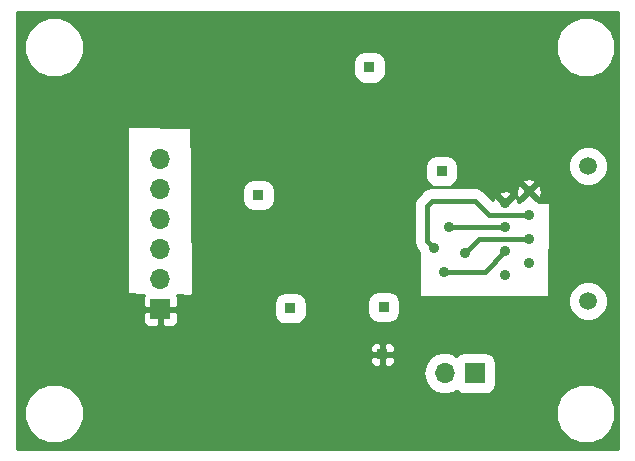
<source format=gbr>
G04 #@! TF.GenerationSoftware,KiCad,Pcbnew,(5.0.2)-1*
G04 #@! TF.CreationDate,2019-11-05T15:10:29+00:00*
G04 #@! TF.ProjectId,RS-485_FTDI,52532d34-3835-45f4-9654-44492e6b6963,rev?*
G04 #@! TF.SameCoordinates,Original*
G04 #@! TF.FileFunction,Copper,L2,Bot*
G04 #@! TF.FilePolarity,Positive*
%FSLAX46Y46*%
G04 Gerber Fmt 4.6, Leading zero omitted, Abs format (unit mm)*
G04 Created by KiCad (PCBNEW (5.0.2)-1) date 05/11/2019 15:10:29*
%MOMM*%
%LPD*%
G01*
G04 APERTURE LIST*
G04 #@! TA.AperFunction,ComponentPad*
%ADD10O,1.700000X1.700000*%
G04 #@! TD*
G04 #@! TA.AperFunction,ComponentPad*
%ADD11R,1.700000X1.700000*%
G04 #@! TD*
G04 #@! TA.AperFunction,ComponentPad*
%ADD12R,0.850000X0.850000*%
G04 #@! TD*
G04 #@! TA.AperFunction,WasherPad*
%ADD13C,1.500000*%
G04 #@! TD*
G04 #@! TA.AperFunction,ComponentPad*
%ADD14C,0.900000*%
G04 #@! TD*
G04 #@! TA.AperFunction,ViaPad*
%ADD15C,0.900000*%
G04 #@! TD*
G04 #@! TA.AperFunction,Conductor*
%ADD16C,0.600000*%
G04 #@! TD*
G04 #@! TA.AperFunction,Conductor*
%ADD17C,0.400000*%
G04 #@! TD*
G04 #@! TA.AperFunction,Conductor*
%ADD18C,0.254000*%
G04 #@! TD*
G04 APERTURE END LIST*
D10*
G04 #@! TO.P,J1,6*
G04 #@! TO.N,N/C*
X56200000Y-137500000D03*
G04 #@! TO.P,J1,5*
G04 #@! TO.N,RXI*
X56200000Y-140040000D03*
G04 #@! TO.P,J1,4*
G04 #@! TO.N,TXO*
X56200000Y-142580000D03*
G04 #@! TO.P,J1,3*
G04 #@! TO.N,+5V*
X56200000Y-145120000D03*
G04 #@! TO.P,J1,2*
G04 #@! TO.N,N/C*
X56200000Y-147660000D03*
D11*
G04 #@! TO.P,J1,1*
G04 #@! TO.N,GND*
X56200000Y-150200000D03*
G04 #@! TD*
D12*
G04 #@! TO.P,J2,1*
G04 #@! TO.N,Net-(J2-Pad1)*
X67200000Y-150100000D03*
G04 #@! TD*
G04 #@! TO.P,J4,1*
G04 #@! TO.N,+5V*
X73900000Y-129700000D03*
G04 #@! TD*
G04 #@! TO.P,J5,1*
G04 #@! TO.N,Net-(J5-Pad1)*
X75100000Y-150000000D03*
G04 #@! TD*
G04 #@! TO.P,J6,1*
G04 #@! TO.N,GND*
X75000000Y-154000000D03*
G04 #@! TD*
D10*
G04 #@! TO.P,J3,2*
G04 #@! TO.N,Net-(J3-Pad2)*
X80260000Y-155600000D03*
D11*
G04 #@! TO.P,J3,1*
G04 #@! TO.N,Net-(J3-Pad1)*
X82800000Y-155600000D03*
G04 #@! TD*
D13*
G04 #@! TO.P,J7,*
G04 #@! TO.N,*
X92400001Y-138034999D03*
X92400001Y-149464999D03*
D14*
G04 #@! TO.P,J7,8*
G04 #@! TO.N,Net-(J3-Pad1)*
X87400001Y-146284999D03*
G04 #@! TO.P,J7,4*
G04 #@! TO.N,blue*
X87400001Y-144254999D03*
G04 #@! TO.P,J7,3*
G04 #@! TO.N,w_orange*
X87400001Y-142224999D03*
G04 #@! TO.P,J7,2*
G04 #@! TO.N,GND*
X87400001Y-140194999D03*
G04 #@! TO.P,J7,1*
X85370001Y-141214999D03*
G04 #@! TO.P,J7,5*
G04 #@! TO.N,w_blue*
X85370001Y-143244999D03*
G04 #@! TO.P,J7,6*
G04 #@! TO.N,orange*
X85370001Y-145274999D03*
G04 #@! TO.P,J7,7*
G04 #@! TO.N,Net-(J3-Pad2)*
X85370001Y-147304999D03*
G04 #@! TD*
D12*
G04 #@! TO.P,J8,1*
G04 #@! TO.N,Net-(J8-Pad1)*
X64500000Y-140500000D03*
G04 #@! TD*
G04 #@! TO.P,J9,1*
G04 #@! TO.N,Net-(J9-Pad1)*
X80000000Y-138500000D03*
G04 #@! TD*
D15*
G04 #@! TO.N,GND*
X64500000Y-135800000D03*
X55500000Y-127300000D03*
X67800000Y-126900000D03*
X80700000Y-127300000D03*
X81000000Y-159600000D03*
X70400000Y-159200000D03*
X57300000Y-159600000D03*
X60800000Y-150500000D03*
X71300000Y-149800000D03*
X82800000Y-133300000D03*
G04 #@! TO.N,blue*
X82000000Y-145400000D03*
G04 #@! TO.N,w_orange*
X79400000Y-145000000D03*
G04 #@! TO.N,w_blue*
X80600000Y-143200000D03*
G04 #@! TO.N,orange*
X80200000Y-147000000D03*
G04 #@! TD*
D16*
G04 #@! TO.N,GND*
X65300000Y-131000000D02*
X65300000Y-136200000D01*
D17*
G04 #@! TO.N,blue*
X87345002Y-144200000D02*
X87400001Y-144254999D01*
X83145001Y-144254999D02*
X82000000Y-145400000D01*
X87400001Y-144254999D02*
X83145001Y-144254999D01*
G04 #@! TO.N,w_orange*
X78800000Y-144400000D02*
X79400000Y-145000000D01*
X78800000Y-143200000D02*
X78800000Y-144400000D01*
X87400001Y-142224999D02*
X84000000Y-142224999D01*
X84000000Y-142224999D02*
X84000000Y-142200000D01*
X84000000Y-142200000D02*
X82800000Y-141000000D01*
X82800000Y-141000000D02*
X79200000Y-141000000D01*
X78800000Y-141400000D02*
X78800000Y-143200000D01*
X79200000Y-141000000D02*
X78800000Y-141400000D01*
G04 #@! TO.N,w_blue*
X85325002Y-143200000D02*
X85370001Y-143244999D01*
X80644999Y-143244999D02*
X80600000Y-143200000D01*
X85370001Y-143244999D02*
X80644999Y-143244999D01*
G04 #@! TO.N,orange*
X83645000Y-147000000D02*
X85370001Y-145274999D01*
X80200000Y-147000000D02*
X83645000Y-147000000D01*
G04 #@! TD*
D18*
G04 #@! TO.N,GND*
G36*
X94973001Y-161973000D02*
X44027000Y-161973000D01*
X44027000Y-158497348D01*
X44673000Y-158497348D01*
X44673000Y-159502652D01*
X45057713Y-160431431D01*
X45768569Y-161142287D01*
X46697348Y-161527000D01*
X47702652Y-161527000D01*
X48631431Y-161142287D01*
X49342287Y-160431431D01*
X49727000Y-159502652D01*
X49727000Y-158497348D01*
X89673000Y-158497348D01*
X89673000Y-159502652D01*
X90057713Y-160431431D01*
X90768569Y-161142287D01*
X91697348Y-161527000D01*
X92702652Y-161527000D01*
X93631431Y-161142287D01*
X94342287Y-160431431D01*
X94727000Y-159502652D01*
X94727000Y-158497348D01*
X94342287Y-157568569D01*
X93631431Y-156857713D01*
X92702652Y-156473000D01*
X91697348Y-156473000D01*
X90768569Y-156857713D01*
X90057713Y-157568569D01*
X89673000Y-158497348D01*
X49727000Y-158497348D01*
X49342287Y-157568569D01*
X48631431Y-156857713D01*
X47702652Y-156473000D01*
X46697348Y-156473000D01*
X45768569Y-156857713D01*
X45057713Y-157568569D01*
X44673000Y-158497348D01*
X44027000Y-158497348D01*
X44027000Y-155600000D01*
X78448187Y-155600000D01*
X78586103Y-156293351D01*
X78978855Y-156881145D01*
X79566649Y-157273897D01*
X80084983Y-157377000D01*
X80435017Y-157377000D01*
X80953351Y-157273897D01*
X81252194Y-157074216D01*
X81281670Y-157118330D01*
X81588303Y-157323215D01*
X81950000Y-157395161D01*
X83650000Y-157395161D01*
X84011697Y-157323215D01*
X84318330Y-157118330D01*
X84523215Y-156811697D01*
X84595161Y-156450000D01*
X84595161Y-154750000D01*
X84523215Y-154388303D01*
X84318330Y-154081670D01*
X84011697Y-153876785D01*
X83650000Y-153804839D01*
X81950000Y-153804839D01*
X81588303Y-153876785D01*
X81281670Y-154081670D01*
X81252194Y-154125784D01*
X80953351Y-153926103D01*
X80435017Y-153823000D01*
X80084983Y-153823000D01*
X79566649Y-153926103D01*
X78978855Y-154318855D01*
X78586103Y-154906649D01*
X78448187Y-155600000D01*
X44027000Y-155600000D01*
X44027000Y-154285750D01*
X73940000Y-154285750D01*
X73940000Y-154551310D01*
X74036673Y-154784699D01*
X74215302Y-154963327D01*
X74448691Y-155060000D01*
X74714250Y-155060000D01*
X74873000Y-154901250D01*
X74873000Y-154127000D01*
X75127000Y-154127000D01*
X75127000Y-154901250D01*
X75285750Y-155060000D01*
X75551309Y-155060000D01*
X75784698Y-154963327D01*
X75963327Y-154784699D01*
X76060000Y-154551310D01*
X76060000Y-154285750D01*
X75901250Y-154127000D01*
X75127000Y-154127000D01*
X74873000Y-154127000D01*
X74098750Y-154127000D01*
X73940000Y-154285750D01*
X44027000Y-154285750D01*
X44027000Y-153448690D01*
X73940000Y-153448690D01*
X73940000Y-153714250D01*
X74098750Y-153873000D01*
X74873000Y-153873000D01*
X74873000Y-153098750D01*
X75127000Y-153098750D01*
X75127000Y-153873000D01*
X75901250Y-153873000D01*
X76060000Y-153714250D01*
X76060000Y-153448690D01*
X75963327Y-153215301D01*
X75784698Y-153036673D01*
X75551309Y-152940000D01*
X75285750Y-152940000D01*
X75127000Y-153098750D01*
X74873000Y-153098750D01*
X74714250Y-152940000D01*
X74448691Y-152940000D01*
X74215302Y-153036673D01*
X74036673Y-153215301D01*
X73940000Y-153448690D01*
X44027000Y-153448690D01*
X44027000Y-150485750D01*
X54715000Y-150485750D01*
X54715000Y-151176310D01*
X54811673Y-151409699D01*
X54990302Y-151588327D01*
X55223691Y-151685000D01*
X55914250Y-151685000D01*
X56073000Y-151526250D01*
X56073000Y-150327000D01*
X56327000Y-150327000D01*
X56327000Y-151526250D01*
X56485750Y-151685000D01*
X57176309Y-151685000D01*
X57409698Y-151588327D01*
X57588327Y-151409699D01*
X57685000Y-151176310D01*
X57685000Y-150485750D01*
X57526250Y-150327000D01*
X56327000Y-150327000D01*
X56073000Y-150327000D01*
X54873750Y-150327000D01*
X54715000Y-150485750D01*
X44027000Y-150485750D01*
X44027000Y-134800000D01*
X53373000Y-134800000D01*
X53373000Y-148800000D01*
X53381771Y-148846379D01*
X53408519Y-148888092D01*
X53449194Y-148916395D01*
X53497604Y-148926977D01*
X54849490Y-148952484D01*
X54811673Y-148990301D01*
X54715000Y-149223690D01*
X54715000Y-149914250D01*
X54873750Y-150073000D01*
X56073000Y-150073000D01*
X56073000Y-150053000D01*
X56327000Y-150053000D01*
X56327000Y-150073000D01*
X57526250Y-150073000D01*
X57685000Y-149914250D01*
X57685000Y-149675000D01*
X65829839Y-149675000D01*
X65829839Y-150525000D01*
X65901785Y-150886697D01*
X66106670Y-151193330D01*
X66413303Y-151398215D01*
X66775000Y-151470161D01*
X67625000Y-151470161D01*
X67986697Y-151398215D01*
X68293330Y-151193330D01*
X68498215Y-150886697D01*
X68570161Y-150525000D01*
X68570161Y-149675000D01*
X68550270Y-149575000D01*
X73729839Y-149575000D01*
X73729839Y-150425000D01*
X73801785Y-150786697D01*
X74006670Y-151093330D01*
X74313303Y-151298215D01*
X74675000Y-151370161D01*
X75525000Y-151370161D01*
X75886697Y-151298215D01*
X76193330Y-151093330D01*
X76398215Y-150786697D01*
X76470161Y-150425000D01*
X76470161Y-149575000D01*
X76398215Y-149213303D01*
X76343505Y-149131423D01*
X90723001Y-149131423D01*
X90723001Y-149798575D01*
X90978309Y-150414943D01*
X91450057Y-150886691D01*
X92066425Y-151141999D01*
X92733577Y-151141999D01*
X93349945Y-150886691D01*
X93821693Y-150414943D01*
X94077001Y-149798575D01*
X94077001Y-149131423D01*
X93821693Y-148515055D01*
X93349945Y-148043307D01*
X92733577Y-147787999D01*
X92066425Y-147787999D01*
X91450057Y-148043307D01*
X90978309Y-148515055D01*
X90723001Y-149131423D01*
X76343505Y-149131423D01*
X76193330Y-148906670D01*
X75886697Y-148701785D01*
X75525000Y-148629839D01*
X74675000Y-148629839D01*
X74313303Y-148701785D01*
X74006670Y-148906670D01*
X73801785Y-149213303D01*
X73729839Y-149575000D01*
X68550270Y-149575000D01*
X68498215Y-149313303D01*
X68293330Y-149006670D01*
X67986697Y-148801785D01*
X67625000Y-148729839D01*
X66775000Y-148729839D01*
X66413303Y-148801785D01*
X66106670Y-149006670D01*
X65901785Y-149313303D01*
X65829839Y-149675000D01*
X57685000Y-149675000D01*
X57685000Y-149223690D01*
X57594113Y-149004270D01*
X58797604Y-149026977D01*
X58849438Y-149016983D01*
X58890442Y-148989159D01*
X58917677Y-148947761D01*
X58926997Y-148899093D01*
X58863968Y-140075000D01*
X63129839Y-140075000D01*
X63129839Y-140925000D01*
X63201785Y-141286697D01*
X63406670Y-141593330D01*
X63713303Y-141798215D01*
X64075000Y-141870161D01*
X64925000Y-141870161D01*
X65286697Y-141798215D01*
X65593330Y-141593330D01*
X65722508Y-141400000D01*
X77650921Y-141400000D01*
X77673000Y-141510999D01*
X77673001Y-143088998D01*
X77673000Y-143089002D01*
X77673000Y-144289002D01*
X77650921Y-144400000D01*
X77673000Y-144510998D01*
X77673000Y-144510999D01*
X77738389Y-144839733D01*
X77987479Y-145212522D01*
X78023000Y-145236256D01*
X78023000Y-145273902D01*
X78073000Y-145394613D01*
X78073000Y-148900000D01*
X78082222Y-148947512D01*
X78097814Y-148971321D01*
X78098003Y-149000814D01*
X78107667Y-149048601D01*
X78135197Y-149089803D01*
X78176399Y-149117333D01*
X78225000Y-149127000D01*
X89000000Y-149127000D01*
X89047848Y-149117642D01*
X89048198Y-149117411D01*
X89048601Y-149117333D01*
X89068935Y-149103746D01*
X89089225Y-149090376D01*
X89089456Y-149090035D01*
X89089803Y-149089803D01*
X89103388Y-149069471D01*
X89117019Y-149049352D01*
X89117102Y-149048946D01*
X89117333Y-149048601D01*
X89122096Y-149024654D01*
X89126997Y-149000814D01*
X89176997Y-141200814D01*
X89167333Y-141151399D01*
X89139803Y-141110197D01*
X89098601Y-141082667D01*
X89050000Y-141073000D01*
X88195374Y-141073000D01*
X88180009Y-141057635D01*
X87970861Y-140971003D01*
X87974141Y-140948744D01*
X87400001Y-140374604D01*
X86825861Y-140948744D01*
X86829141Y-140971003D01*
X86619993Y-141057635D01*
X86604628Y-141073000D01*
X86447343Y-141073000D01*
X86435547Y-140917650D01*
X86333713Y-140671802D01*
X86123746Y-140640859D01*
X85691605Y-141073000D01*
X85048397Y-141073000D01*
X84616256Y-140640859D01*
X84406289Y-140671802D01*
X84322154Y-140928336D01*
X83855072Y-140461254D01*
X84795861Y-140461254D01*
X85370001Y-141035394D01*
X85944141Y-140461254D01*
X85913198Y-140251287D01*
X85503053Y-140116773D01*
X85072652Y-140149453D01*
X84826804Y-140251287D01*
X84795861Y-140461254D01*
X83855072Y-140461254D01*
X83675400Y-140281582D01*
X83612522Y-140187478D01*
X83424652Y-140061947D01*
X86301775Y-140061947D01*
X86334455Y-140492348D01*
X86436289Y-140738196D01*
X86646256Y-140769139D01*
X87220396Y-140194999D01*
X87579606Y-140194999D01*
X88153746Y-140769139D01*
X88363713Y-140738196D01*
X88498227Y-140328051D01*
X88465547Y-139897650D01*
X88363713Y-139651802D01*
X88153746Y-139620859D01*
X87579606Y-140194999D01*
X87220396Y-140194999D01*
X86646256Y-139620859D01*
X86436289Y-139651802D01*
X86301775Y-140061947D01*
X83424652Y-140061947D01*
X83239733Y-139938389D01*
X82910999Y-139873000D01*
X82910998Y-139873000D01*
X82800000Y-139850921D01*
X82689002Y-139873000D01*
X79310997Y-139873000D01*
X79199999Y-139850921D01*
X79089001Y-139873000D01*
X78760267Y-139938389D01*
X78387478Y-140187478D01*
X78324600Y-140281582D01*
X78081582Y-140524600D01*
X77987478Y-140587478D01*
X77738389Y-140960268D01*
X77698455Y-141161033D01*
X77650921Y-141400000D01*
X65722508Y-141400000D01*
X65798215Y-141286697D01*
X65870161Y-140925000D01*
X65870161Y-140075000D01*
X65798215Y-139713303D01*
X65593330Y-139406670D01*
X65286697Y-139201785D01*
X64925000Y-139129839D01*
X64075000Y-139129839D01*
X63713303Y-139201785D01*
X63406670Y-139406670D01*
X63201785Y-139713303D01*
X63129839Y-140075000D01*
X58863968Y-140075000D01*
X58849683Y-138075000D01*
X78629839Y-138075000D01*
X78629839Y-138925000D01*
X78701785Y-139286697D01*
X78906670Y-139593330D01*
X79213303Y-139798215D01*
X79575000Y-139870161D01*
X80425000Y-139870161D01*
X80786697Y-139798215D01*
X81093330Y-139593330D01*
X81194943Y-139441254D01*
X86825861Y-139441254D01*
X87400001Y-140015394D01*
X87974141Y-139441254D01*
X87943198Y-139231287D01*
X87533053Y-139096773D01*
X87102652Y-139129453D01*
X86856804Y-139231287D01*
X86825861Y-139441254D01*
X81194943Y-139441254D01*
X81298215Y-139286697D01*
X81370161Y-138925000D01*
X81370161Y-138075000D01*
X81298215Y-137713303D01*
X81290278Y-137701423D01*
X90723001Y-137701423D01*
X90723001Y-138368575D01*
X90978309Y-138984943D01*
X91450057Y-139456691D01*
X92066425Y-139711999D01*
X92733577Y-139711999D01*
X93349945Y-139456691D01*
X93821693Y-138984943D01*
X94077001Y-138368575D01*
X94077001Y-137701423D01*
X93821693Y-137085055D01*
X93349945Y-136613307D01*
X92733577Y-136357999D01*
X92066425Y-136357999D01*
X91450057Y-136613307D01*
X90978309Y-137085055D01*
X90723001Y-137701423D01*
X81290278Y-137701423D01*
X81093330Y-137406670D01*
X80786697Y-137201785D01*
X80425000Y-137129839D01*
X79575000Y-137129839D01*
X79213303Y-137201785D01*
X78906670Y-137406670D01*
X78701785Y-137713303D01*
X78629839Y-138075000D01*
X58849683Y-138075000D01*
X58826997Y-134899093D01*
X58818245Y-134853664D01*
X58791513Y-134811941D01*
X58750848Y-134783623D01*
X58702442Y-134773023D01*
X53502442Y-134673023D01*
X53451399Y-134682667D01*
X53410197Y-134710197D01*
X53382667Y-134751399D01*
X53373000Y-134800000D01*
X44027000Y-134800000D01*
X44027000Y-127497348D01*
X44673000Y-127497348D01*
X44673000Y-128502652D01*
X45057713Y-129431431D01*
X45768569Y-130142287D01*
X46697348Y-130527000D01*
X47702652Y-130527000D01*
X48631431Y-130142287D01*
X49342287Y-129431431D01*
X49407082Y-129275000D01*
X72529839Y-129275000D01*
X72529839Y-130125000D01*
X72601785Y-130486697D01*
X72806670Y-130793330D01*
X73113303Y-130998215D01*
X73475000Y-131070161D01*
X74325000Y-131070161D01*
X74686697Y-130998215D01*
X74993330Y-130793330D01*
X75198215Y-130486697D01*
X75270161Y-130125000D01*
X75270161Y-129275000D01*
X75198215Y-128913303D01*
X74993330Y-128606670D01*
X74686697Y-128401785D01*
X74325000Y-128329839D01*
X73475000Y-128329839D01*
X73113303Y-128401785D01*
X72806670Y-128606670D01*
X72601785Y-128913303D01*
X72529839Y-129275000D01*
X49407082Y-129275000D01*
X49727000Y-128502652D01*
X49727000Y-127497348D01*
X89673000Y-127497348D01*
X89673000Y-128502652D01*
X90057713Y-129431431D01*
X90768569Y-130142287D01*
X91697348Y-130527000D01*
X92702652Y-130527000D01*
X93631431Y-130142287D01*
X94342287Y-129431431D01*
X94727000Y-128502652D01*
X94727000Y-127497348D01*
X94342287Y-126568569D01*
X93631431Y-125857713D01*
X92702652Y-125473000D01*
X91697348Y-125473000D01*
X90768569Y-125857713D01*
X90057713Y-126568569D01*
X89673000Y-127497348D01*
X49727000Y-127497348D01*
X49342287Y-126568569D01*
X48631431Y-125857713D01*
X47702652Y-125473000D01*
X46697348Y-125473000D01*
X45768569Y-125857713D01*
X45057713Y-126568569D01*
X44673000Y-127497348D01*
X44027000Y-127497348D01*
X44027000Y-125027000D01*
X94973000Y-125027000D01*
X94973001Y-161973000D01*
X94973001Y-161973000D01*
G37*
X94973001Y-161973000D02*
X44027000Y-161973000D01*
X44027000Y-158497348D01*
X44673000Y-158497348D01*
X44673000Y-159502652D01*
X45057713Y-160431431D01*
X45768569Y-161142287D01*
X46697348Y-161527000D01*
X47702652Y-161527000D01*
X48631431Y-161142287D01*
X49342287Y-160431431D01*
X49727000Y-159502652D01*
X49727000Y-158497348D01*
X89673000Y-158497348D01*
X89673000Y-159502652D01*
X90057713Y-160431431D01*
X90768569Y-161142287D01*
X91697348Y-161527000D01*
X92702652Y-161527000D01*
X93631431Y-161142287D01*
X94342287Y-160431431D01*
X94727000Y-159502652D01*
X94727000Y-158497348D01*
X94342287Y-157568569D01*
X93631431Y-156857713D01*
X92702652Y-156473000D01*
X91697348Y-156473000D01*
X90768569Y-156857713D01*
X90057713Y-157568569D01*
X89673000Y-158497348D01*
X49727000Y-158497348D01*
X49342287Y-157568569D01*
X48631431Y-156857713D01*
X47702652Y-156473000D01*
X46697348Y-156473000D01*
X45768569Y-156857713D01*
X45057713Y-157568569D01*
X44673000Y-158497348D01*
X44027000Y-158497348D01*
X44027000Y-155600000D01*
X78448187Y-155600000D01*
X78586103Y-156293351D01*
X78978855Y-156881145D01*
X79566649Y-157273897D01*
X80084983Y-157377000D01*
X80435017Y-157377000D01*
X80953351Y-157273897D01*
X81252194Y-157074216D01*
X81281670Y-157118330D01*
X81588303Y-157323215D01*
X81950000Y-157395161D01*
X83650000Y-157395161D01*
X84011697Y-157323215D01*
X84318330Y-157118330D01*
X84523215Y-156811697D01*
X84595161Y-156450000D01*
X84595161Y-154750000D01*
X84523215Y-154388303D01*
X84318330Y-154081670D01*
X84011697Y-153876785D01*
X83650000Y-153804839D01*
X81950000Y-153804839D01*
X81588303Y-153876785D01*
X81281670Y-154081670D01*
X81252194Y-154125784D01*
X80953351Y-153926103D01*
X80435017Y-153823000D01*
X80084983Y-153823000D01*
X79566649Y-153926103D01*
X78978855Y-154318855D01*
X78586103Y-154906649D01*
X78448187Y-155600000D01*
X44027000Y-155600000D01*
X44027000Y-154285750D01*
X73940000Y-154285750D01*
X73940000Y-154551310D01*
X74036673Y-154784699D01*
X74215302Y-154963327D01*
X74448691Y-155060000D01*
X74714250Y-155060000D01*
X74873000Y-154901250D01*
X74873000Y-154127000D01*
X75127000Y-154127000D01*
X75127000Y-154901250D01*
X75285750Y-155060000D01*
X75551309Y-155060000D01*
X75784698Y-154963327D01*
X75963327Y-154784699D01*
X76060000Y-154551310D01*
X76060000Y-154285750D01*
X75901250Y-154127000D01*
X75127000Y-154127000D01*
X74873000Y-154127000D01*
X74098750Y-154127000D01*
X73940000Y-154285750D01*
X44027000Y-154285750D01*
X44027000Y-153448690D01*
X73940000Y-153448690D01*
X73940000Y-153714250D01*
X74098750Y-153873000D01*
X74873000Y-153873000D01*
X74873000Y-153098750D01*
X75127000Y-153098750D01*
X75127000Y-153873000D01*
X75901250Y-153873000D01*
X76060000Y-153714250D01*
X76060000Y-153448690D01*
X75963327Y-153215301D01*
X75784698Y-153036673D01*
X75551309Y-152940000D01*
X75285750Y-152940000D01*
X75127000Y-153098750D01*
X74873000Y-153098750D01*
X74714250Y-152940000D01*
X74448691Y-152940000D01*
X74215302Y-153036673D01*
X74036673Y-153215301D01*
X73940000Y-153448690D01*
X44027000Y-153448690D01*
X44027000Y-150485750D01*
X54715000Y-150485750D01*
X54715000Y-151176310D01*
X54811673Y-151409699D01*
X54990302Y-151588327D01*
X55223691Y-151685000D01*
X55914250Y-151685000D01*
X56073000Y-151526250D01*
X56073000Y-150327000D01*
X56327000Y-150327000D01*
X56327000Y-151526250D01*
X56485750Y-151685000D01*
X57176309Y-151685000D01*
X57409698Y-151588327D01*
X57588327Y-151409699D01*
X57685000Y-151176310D01*
X57685000Y-150485750D01*
X57526250Y-150327000D01*
X56327000Y-150327000D01*
X56073000Y-150327000D01*
X54873750Y-150327000D01*
X54715000Y-150485750D01*
X44027000Y-150485750D01*
X44027000Y-134800000D01*
X53373000Y-134800000D01*
X53373000Y-148800000D01*
X53381771Y-148846379D01*
X53408519Y-148888092D01*
X53449194Y-148916395D01*
X53497604Y-148926977D01*
X54849490Y-148952484D01*
X54811673Y-148990301D01*
X54715000Y-149223690D01*
X54715000Y-149914250D01*
X54873750Y-150073000D01*
X56073000Y-150073000D01*
X56073000Y-150053000D01*
X56327000Y-150053000D01*
X56327000Y-150073000D01*
X57526250Y-150073000D01*
X57685000Y-149914250D01*
X57685000Y-149675000D01*
X65829839Y-149675000D01*
X65829839Y-150525000D01*
X65901785Y-150886697D01*
X66106670Y-151193330D01*
X66413303Y-151398215D01*
X66775000Y-151470161D01*
X67625000Y-151470161D01*
X67986697Y-151398215D01*
X68293330Y-151193330D01*
X68498215Y-150886697D01*
X68570161Y-150525000D01*
X68570161Y-149675000D01*
X68550270Y-149575000D01*
X73729839Y-149575000D01*
X73729839Y-150425000D01*
X73801785Y-150786697D01*
X74006670Y-151093330D01*
X74313303Y-151298215D01*
X74675000Y-151370161D01*
X75525000Y-151370161D01*
X75886697Y-151298215D01*
X76193330Y-151093330D01*
X76398215Y-150786697D01*
X76470161Y-150425000D01*
X76470161Y-149575000D01*
X76398215Y-149213303D01*
X76343505Y-149131423D01*
X90723001Y-149131423D01*
X90723001Y-149798575D01*
X90978309Y-150414943D01*
X91450057Y-150886691D01*
X92066425Y-151141999D01*
X92733577Y-151141999D01*
X93349945Y-150886691D01*
X93821693Y-150414943D01*
X94077001Y-149798575D01*
X94077001Y-149131423D01*
X93821693Y-148515055D01*
X93349945Y-148043307D01*
X92733577Y-147787999D01*
X92066425Y-147787999D01*
X91450057Y-148043307D01*
X90978309Y-148515055D01*
X90723001Y-149131423D01*
X76343505Y-149131423D01*
X76193330Y-148906670D01*
X75886697Y-148701785D01*
X75525000Y-148629839D01*
X74675000Y-148629839D01*
X74313303Y-148701785D01*
X74006670Y-148906670D01*
X73801785Y-149213303D01*
X73729839Y-149575000D01*
X68550270Y-149575000D01*
X68498215Y-149313303D01*
X68293330Y-149006670D01*
X67986697Y-148801785D01*
X67625000Y-148729839D01*
X66775000Y-148729839D01*
X66413303Y-148801785D01*
X66106670Y-149006670D01*
X65901785Y-149313303D01*
X65829839Y-149675000D01*
X57685000Y-149675000D01*
X57685000Y-149223690D01*
X57594113Y-149004270D01*
X58797604Y-149026977D01*
X58849438Y-149016983D01*
X58890442Y-148989159D01*
X58917677Y-148947761D01*
X58926997Y-148899093D01*
X58863968Y-140075000D01*
X63129839Y-140075000D01*
X63129839Y-140925000D01*
X63201785Y-141286697D01*
X63406670Y-141593330D01*
X63713303Y-141798215D01*
X64075000Y-141870161D01*
X64925000Y-141870161D01*
X65286697Y-141798215D01*
X65593330Y-141593330D01*
X65722508Y-141400000D01*
X77650921Y-141400000D01*
X77673000Y-141510999D01*
X77673001Y-143088998D01*
X77673000Y-143089002D01*
X77673000Y-144289002D01*
X77650921Y-144400000D01*
X77673000Y-144510998D01*
X77673000Y-144510999D01*
X77738389Y-144839733D01*
X77987479Y-145212522D01*
X78023000Y-145236256D01*
X78023000Y-145273902D01*
X78073000Y-145394613D01*
X78073000Y-148900000D01*
X78082222Y-148947512D01*
X78097814Y-148971321D01*
X78098003Y-149000814D01*
X78107667Y-149048601D01*
X78135197Y-149089803D01*
X78176399Y-149117333D01*
X78225000Y-149127000D01*
X89000000Y-149127000D01*
X89047848Y-149117642D01*
X89048198Y-149117411D01*
X89048601Y-149117333D01*
X89068935Y-149103746D01*
X89089225Y-149090376D01*
X89089456Y-149090035D01*
X89089803Y-149089803D01*
X89103388Y-149069471D01*
X89117019Y-149049352D01*
X89117102Y-149048946D01*
X89117333Y-149048601D01*
X89122096Y-149024654D01*
X89126997Y-149000814D01*
X89176997Y-141200814D01*
X89167333Y-141151399D01*
X89139803Y-141110197D01*
X89098601Y-141082667D01*
X89050000Y-141073000D01*
X88195374Y-141073000D01*
X88180009Y-141057635D01*
X87970861Y-140971003D01*
X87974141Y-140948744D01*
X87400001Y-140374604D01*
X86825861Y-140948744D01*
X86829141Y-140971003D01*
X86619993Y-141057635D01*
X86604628Y-141073000D01*
X86447343Y-141073000D01*
X86435547Y-140917650D01*
X86333713Y-140671802D01*
X86123746Y-140640859D01*
X85691605Y-141073000D01*
X85048397Y-141073000D01*
X84616256Y-140640859D01*
X84406289Y-140671802D01*
X84322154Y-140928336D01*
X83855072Y-140461254D01*
X84795861Y-140461254D01*
X85370001Y-141035394D01*
X85944141Y-140461254D01*
X85913198Y-140251287D01*
X85503053Y-140116773D01*
X85072652Y-140149453D01*
X84826804Y-140251287D01*
X84795861Y-140461254D01*
X83855072Y-140461254D01*
X83675400Y-140281582D01*
X83612522Y-140187478D01*
X83424652Y-140061947D01*
X86301775Y-140061947D01*
X86334455Y-140492348D01*
X86436289Y-140738196D01*
X86646256Y-140769139D01*
X87220396Y-140194999D01*
X87579606Y-140194999D01*
X88153746Y-140769139D01*
X88363713Y-140738196D01*
X88498227Y-140328051D01*
X88465547Y-139897650D01*
X88363713Y-139651802D01*
X88153746Y-139620859D01*
X87579606Y-140194999D01*
X87220396Y-140194999D01*
X86646256Y-139620859D01*
X86436289Y-139651802D01*
X86301775Y-140061947D01*
X83424652Y-140061947D01*
X83239733Y-139938389D01*
X82910999Y-139873000D01*
X82910998Y-139873000D01*
X82800000Y-139850921D01*
X82689002Y-139873000D01*
X79310997Y-139873000D01*
X79199999Y-139850921D01*
X79089001Y-139873000D01*
X78760267Y-139938389D01*
X78387478Y-140187478D01*
X78324600Y-140281582D01*
X78081582Y-140524600D01*
X77987478Y-140587478D01*
X77738389Y-140960268D01*
X77698455Y-141161033D01*
X77650921Y-141400000D01*
X65722508Y-141400000D01*
X65798215Y-141286697D01*
X65870161Y-140925000D01*
X65870161Y-140075000D01*
X65798215Y-139713303D01*
X65593330Y-139406670D01*
X65286697Y-139201785D01*
X64925000Y-139129839D01*
X64075000Y-139129839D01*
X63713303Y-139201785D01*
X63406670Y-139406670D01*
X63201785Y-139713303D01*
X63129839Y-140075000D01*
X58863968Y-140075000D01*
X58849683Y-138075000D01*
X78629839Y-138075000D01*
X78629839Y-138925000D01*
X78701785Y-139286697D01*
X78906670Y-139593330D01*
X79213303Y-139798215D01*
X79575000Y-139870161D01*
X80425000Y-139870161D01*
X80786697Y-139798215D01*
X81093330Y-139593330D01*
X81194943Y-139441254D01*
X86825861Y-139441254D01*
X87400001Y-140015394D01*
X87974141Y-139441254D01*
X87943198Y-139231287D01*
X87533053Y-139096773D01*
X87102652Y-139129453D01*
X86856804Y-139231287D01*
X86825861Y-139441254D01*
X81194943Y-139441254D01*
X81298215Y-139286697D01*
X81370161Y-138925000D01*
X81370161Y-138075000D01*
X81298215Y-137713303D01*
X81290278Y-137701423D01*
X90723001Y-137701423D01*
X90723001Y-138368575D01*
X90978309Y-138984943D01*
X91450057Y-139456691D01*
X92066425Y-139711999D01*
X92733577Y-139711999D01*
X93349945Y-139456691D01*
X93821693Y-138984943D01*
X94077001Y-138368575D01*
X94077001Y-137701423D01*
X93821693Y-137085055D01*
X93349945Y-136613307D01*
X92733577Y-136357999D01*
X92066425Y-136357999D01*
X91450057Y-136613307D01*
X90978309Y-137085055D01*
X90723001Y-137701423D01*
X81290278Y-137701423D01*
X81093330Y-137406670D01*
X80786697Y-137201785D01*
X80425000Y-137129839D01*
X79575000Y-137129839D01*
X79213303Y-137201785D01*
X78906670Y-137406670D01*
X78701785Y-137713303D01*
X78629839Y-138075000D01*
X58849683Y-138075000D01*
X58826997Y-134899093D01*
X58818245Y-134853664D01*
X58791513Y-134811941D01*
X58750848Y-134783623D01*
X58702442Y-134773023D01*
X53502442Y-134673023D01*
X53451399Y-134682667D01*
X53410197Y-134710197D01*
X53382667Y-134751399D01*
X53373000Y-134800000D01*
X44027000Y-134800000D01*
X44027000Y-127497348D01*
X44673000Y-127497348D01*
X44673000Y-128502652D01*
X45057713Y-129431431D01*
X45768569Y-130142287D01*
X46697348Y-130527000D01*
X47702652Y-130527000D01*
X48631431Y-130142287D01*
X49342287Y-129431431D01*
X49407082Y-129275000D01*
X72529839Y-129275000D01*
X72529839Y-130125000D01*
X72601785Y-130486697D01*
X72806670Y-130793330D01*
X73113303Y-130998215D01*
X73475000Y-131070161D01*
X74325000Y-131070161D01*
X74686697Y-130998215D01*
X74993330Y-130793330D01*
X75198215Y-130486697D01*
X75270161Y-130125000D01*
X75270161Y-129275000D01*
X75198215Y-128913303D01*
X74993330Y-128606670D01*
X74686697Y-128401785D01*
X74325000Y-128329839D01*
X73475000Y-128329839D01*
X73113303Y-128401785D01*
X72806670Y-128606670D01*
X72601785Y-128913303D01*
X72529839Y-129275000D01*
X49407082Y-129275000D01*
X49727000Y-128502652D01*
X49727000Y-127497348D01*
X89673000Y-127497348D01*
X89673000Y-128502652D01*
X90057713Y-129431431D01*
X90768569Y-130142287D01*
X91697348Y-130527000D01*
X92702652Y-130527000D01*
X93631431Y-130142287D01*
X94342287Y-129431431D01*
X94727000Y-128502652D01*
X94727000Y-127497348D01*
X94342287Y-126568569D01*
X93631431Y-125857713D01*
X92702652Y-125473000D01*
X91697348Y-125473000D01*
X90768569Y-125857713D01*
X90057713Y-126568569D01*
X89673000Y-127497348D01*
X49727000Y-127497348D01*
X49342287Y-126568569D01*
X48631431Y-125857713D01*
X47702652Y-125473000D01*
X46697348Y-125473000D01*
X45768569Y-125857713D01*
X45057713Y-126568569D01*
X44673000Y-127497348D01*
X44027000Y-127497348D01*
X44027000Y-125027000D01*
X94973000Y-125027000D01*
X94973001Y-161973000D01*
G04 #@! TD*
M02*

</source>
